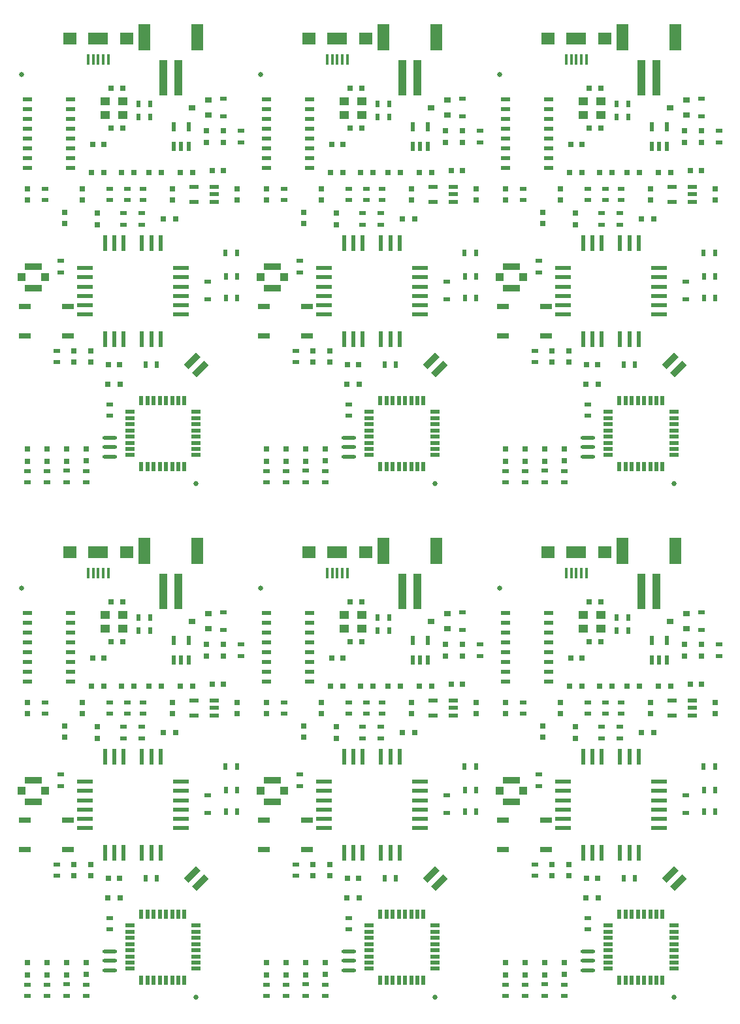
<source format=gtp>
G04 #@! TF.FileFunction,Paste,Top*
%FSLAX46Y46*%
G04 Gerber Fmt 4.6, Leading zero omitted, Abs format (unit mm)*
G04 Created by KiCad (PCBNEW 4.0.6) date 08/02/17 18:57:33*
%MOMM*%
%LPD*%
G01*
G04 APERTURE LIST*
%ADD10C,0.100000*%
%ADD11R,0.800000X0.750000*%
%ADD12R,0.500000X0.900000*%
%ADD13R,1.198880X1.099820*%
%ADD14R,0.800000X0.800000*%
%ADD15R,1.198880X0.599440*%
%ADD16R,0.750000X0.800000*%
%ADD17R,1.198880X0.548640*%
%ADD18R,0.998220X4.599940*%
%ADD19R,1.597660X3.398520*%
%ADD20R,0.548640X1.198880*%
%ADD21R,0.828040X0.629920*%
%ADD22R,0.900000X0.500000*%
%ADD23R,0.899160X0.797560*%
%ADD24C,0.635000*%
%ADD25R,0.398780X1.447800*%
%ADD26R,1.798320X1.498600*%
%ADD27R,2.499360X1.498600*%
%ADD28R,1.270000X0.558800*%
%ADD29R,0.558800X1.270000*%
%ADD30R,1.998980X0.599440*%
%ADD31R,0.599440X1.998980*%
%ADD32R,1.524000X0.762000*%
%ADD33R,2.199640X0.848360*%
%ADD34R,1.049020X0.998220*%
%ADD35O,1.905000X0.449580*%
G04 APERTURE END LIST*
D10*
D11*
X125146000Y-119928000D03*
X126646000Y-119928000D03*
X94158000Y-119928000D03*
X95658000Y-119928000D03*
X63170000Y-119928000D03*
X64670000Y-119928000D03*
X125146000Y-53380000D03*
X126646000Y-53380000D03*
X94158000Y-53380000D03*
X95658000Y-53380000D03*
D12*
X130196000Y-118528000D03*
X128696000Y-118528000D03*
X99208000Y-118528000D03*
X97708000Y-118528000D03*
X68220000Y-118528000D03*
X66720000Y-118528000D03*
X130196000Y-51980000D03*
X128696000Y-51980000D03*
X99208000Y-51980000D03*
X97708000Y-51980000D03*
D13*
X126649480Y-116474240D03*
X124302520Y-116474240D03*
X124302520Y-118221760D03*
X126649480Y-118221760D03*
X95661480Y-116474240D03*
X93314520Y-116474240D03*
X93314520Y-118221760D03*
X95661480Y-118221760D03*
X64673480Y-116474240D03*
X62326520Y-116474240D03*
X62326520Y-118221760D03*
X64673480Y-118221760D03*
X126649480Y-49926240D03*
X124302520Y-49926240D03*
X124302520Y-51673760D03*
X126649480Y-51673760D03*
X95661480Y-49926240D03*
X93314520Y-49926240D03*
X93314520Y-51673760D03*
X95661480Y-51673760D03*
D14*
X130010000Y-125730000D03*
X131610000Y-125730000D03*
X99022000Y-125730000D03*
X100622000Y-125730000D03*
X68034000Y-125730000D03*
X69634000Y-125730000D03*
X130010000Y-59182000D03*
X131610000Y-59182000D03*
X99022000Y-59182000D03*
X100622000Y-59182000D03*
X128054000Y-125730000D03*
X126454000Y-125730000D03*
X97066000Y-125730000D03*
X95466000Y-125730000D03*
X66078000Y-125730000D03*
X64478000Y-125730000D03*
X128054000Y-59182000D03*
X126454000Y-59182000D03*
X97066000Y-59182000D03*
X95466000Y-59182000D03*
D11*
X122696000Y-122028000D03*
X124196000Y-122028000D03*
X91708000Y-122028000D03*
X93208000Y-122028000D03*
X60720000Y-122028000D03*
X62220000Y-122028000D03*
X122696000Y-55480000D03*
X124196000Y-55480000D03*
X91708000Y-55480000D03*
X93208000Y-55480000D03*
D15*
X119893080Y-125095000D03*
X119893080Y-123825000D03*
X119893080Y-122555000D03*
X119893080Y-121285000D03*
X119893080Y-120015000D03*
X119893080Y-118745000D03*
X119893080Y-117475000D03*
X119893080Y-116205000D03*
X114294920Y-116205000D03*
X114294920Y-117475000D03*
X114294920Y-118745000D03*
X114294920Y-120015000D03*
X114294920Y-121285000D03*
X114294920Y-122555000D03*
X114294920Y-123825000D03*
X114294920Y-125095000D03*
X88905080Y-125095000D03*
X88905080Y-123825000D03*
X88905080Y-122555000D03*
X88905080Y-121285000D03*
X88905080Y-120015000D03*
X88905080Y-118745000D03*
X88905080Y-117475000D03*
X88905080Y-116205000D03*
X83306920Y-116205000D03*
X83306920Y-117475000D03*
X83306920Y-118745000D03*
X83306920Y-120015000D03*
X83306920Y-121285000D03*
X83306920Y-122555000D03*
X83306920Y-123825000D03*
X83306920Y-125095000D03*
X57917080Y-125095000D03*
X57917080Y-123825000D03*
X57917080Y-122555000D03*
X57917080Y-121285000D03*
X57917080Y-120015000D03*
X57917080Y-118745000D03*
X57917080Y-117475000D03*
X57917080Y-116205000D03*
X52318920Y-116205000D03*
X52318920Y-117475000D03*
X52318920Y-118745000D03*
X52318920Y-120015000D03*
X52318920Y-121285000D03*
X52318920Y-122555000D03*
X52318920Y-123825000D03*
X52318920Y-125095000D03*
X119893080Y-58547000D03*
X119893080Y-57277000D03*
X119893080Y-56007000D03*
X119893080Y-54737000D03*
X119893080Y-53467000D03*
X119893080Y-52197000D03*
X119893080Y-50927000D03*
X119893080Y-49657000D03*
X114294920Y-49657000D03*
X114294920Y-50927000D03*
X114294920Y-52197000D03*
X114294920Y-53467000D03*
X114294920Y-54737000D03*
X114294920Y-56007000D03*
X114294920Y-57277000D03*
X114294920Y-58547000D03*
X88905080Y-58547000D03*
X88905080Y-57277000D03*
X88905080Y-56007000D03*
X88905080Y-54737000D03*
X88905080Y-53467000D03*
X88905080Y-52197000D03*
X88905080Y-50927000D03*
X88905080Y-49657000D03*
X83306920Y-49657000D03*
X83306920Y-50927000D03*
X83306920Y-52197000D03*
X83306920Y-53467000D03*
X83306920Y-54737000D03*
X83306920Y-56007000D03*
X83306920Y-57277000D03*
X83306920Y-58547000D03*
D11*
X138188000Y-125476000D03*
X139688000Y-125476000D03*
X107200000Y-125476000D03*
X108700000Y-125476000D03*
X76212000Y-125476000D03*
X77712000Y-125476000D03*
X138188000Y-58928000D03*
X139688000Y-58928000D03*
X107200000Y-58928000D03*
X108700000Y-58928000D03*
D16*
X133096000Y-129274000D03*
X133096000Y-127774000D03*
X102108000Y-129274000D03*
X102108000Y-127774000D03*
X71120000Y-129274000D03*
X71120000Y-127774000D03*
X133096000Y-62726000D03*
X133096000Y-61226000D03*
X102108000Y-62726000D03*
X102108000Y-61226000D03*
D17*
X138457940Y-129473960D03*
X138457940Y-128524000D03*
X138457940Y-127574040D03*
X135862060Y-127574040D03*
X135862060Y-129473960D03*
X107469940Y-129473960D03*
X107469940Y-128524000D03*
X107469940Y-127574040D03*
X104874060Y-127574040D03*
X104874060Y-129473960D03*
X76481940Y-129473960D03*
X76481940Y-128524000D03*
X76481940Y-127574040D03*
X73886060Y-127574040D03*
X73886060Y-129473960D03*
X138457940Y-62925960D03*
X138457940Y-61976000D03*
X138457940Y-61026040D03*
X135862060Y-61026040D03*
X135862060Y-62925960D03*
X107469940Y-62925960D03*
X107469940Y-61976000D03*
X107469940Y-61026040D03*
X104874060Y-61026040D03*
X104874060Y-62925960D03*
D16*
X141478000Y-129274000D03*
X141478000Y-127774000D03*
X110490000Y-129274000D03*
X110490000Y-127774000D03*
X79502000Y-129274000D03*
X79502000Y-127774000D03*
X141478000Y-62726000D03*
X141478000Y-61226000D03*
X110490000Y-62726000D03*
X110490000Y-61226000D03*
D14*
X135674000Y-125730000D03*
X134074000Y-125730000D03*
X104686000Y-125730000D03*
X103086000Y-125730000D03*
X73698000Y-125730000D03*
X72098000Y-125730000D03*
X135674000Y-59182000D03*
X134074000Y-59182000D03*
X104686000Y-59182000D03*
X103086000Y-59182000D03*
D18*
X131843780Y-113400840D03*
X133840220Y-113400840D03*
D19*
X129443480Y-108204000D03*
X136240520Y-108204000D03*
D18*
X100855780Y-113400840D03*
X102852220Y-113400840D03*
D19*
X98455480Y-108204000D03*
X105252520Y-108204000D03*
D18*
X69867780Y-113400840D03*
X71864220Y-113400840D03*
D19*
X67467480Y-108204000D03*
X74264520Y-108204000D03*
D18*
X131843780Y-46852840D03*
X133840220Y-46852840D03*
D19*
X129443480Y-41656000D03*
X136240520Y-41656000D03*
D18*
X100855780Y-46852840D03*
X102852220Y-46852840D03*
D19*
X98455480Y-41656000D03*
X105252520Y-41656000D03*
D16*
X137446000Y-121778000D03*
X137446000Y-120278000D03*
X106458000Y-121778000D03*
X106458000Y-120278000D03*
X75470000Y-121778000D03*
X75470000Y-120278000D03*
X137446000Y-55230000D03*
X137446000Y-53730000D03*
X106458000Y-55230000D03*
X106458000Y-53730000D03*
X139696000Y-120278000D03*
X139696000Y-121778000D03*
X108708000Y-120278000D03*
X108708000Y-121778000D03*
X77720000Y-120278000D03*
X77720000Y-121778000D03*
X139696000Y-53730000D03*
X139696000Y-55230000D03*
X108708000Y-53730000D03*
X108708000Y-55230000D03*
D20*
X133246040Y-122325940D03*
X134196000Y-122325940D03*
X135145960Y-122325940D03*
X135145960Y-119730060D03*
X133246040Y-119730060D03*
X102258040Y-122325940D03*
X103208000Y-122325940D03*
X104157960Y-122325940D03*
X104157960Y-119730060D03*
X102258040Y-119730060D03*
X71270040Y-122325940D03*
X72220000Y-122325940D03*
X73169960Y-122325940D03*
X73169960Y-119730060D03*
X71270040Y-119730060D03*
X133246040Y-55777940D03*
X134196000Y-55777940D03*
X135145960Y-55777940D03*
X135145960Y-53182060D03*
X133246040Y-53182060D03*
X102258040Y-55777940D03*
X103208000Y-55777940D03*
X104157960Y-55777940D03*
X104157960Y-53182060D03*
X102258040Y-53182060D03*
D21*
X139696000Y-118426080D03*
X139696000Y-116129920D03*
X108708000Y-118426080D03*
X108708000Y-116129920D03*
X77720000Y-118426080D03*
X77720000Y-116129920D03*
X139696000Y-51878080D03*
X139696000Y-49581920D03*
X108708000Y-51878080D03*
X108708000Y-49581920D03*
D22*
X141946000Y-120278000D03*
X141946000Y-121778000D03*
X110958000Y-120278000D03*
X110958000Y-121778000D03*
X79970000Y-120278000D03*
X79970000Y-121778000D03*
X141946000Y-53730000D03*
X141946000Y-55230000D03*
X110958000Y-53730000D03*
X110958000Y-55230000D03*
D23*
X137694220Y-118227960D03*
X137694220Y-116328040D03*
X135596180Y-117278000D03*
X106706220Y-118227960D03*
X106706220Y-116328040D03*
X104608180Y-117278000D03*
X75718220Y-118227960D03*
X75718220Y-116328040D03*
X73620180Y-117278000D03*
X137694220Y-51679960D03*
X137694220Y-49780040D03*
X135596180Y-50730000D03*
X106706220Y-51679960D03*
X106706220Y-49780040D03*
X104608180Y-50730000D03*
D12*
X130196000Y-116778000D03*
X128696000Y-116778000D03*
X99208000Y-116778000D03*
X97708000Y-116778000D03*
X68220000Y-116778000D03*
X66720000Y-116778000D03*
X130196000Y-50230000D03*
X128696000Y-50230000D03*
X99208000Y-50230000D03*
X97708000Y-50230000D03*
D11*
X126596000Y-114808000D03*
X125096000Y-114808000D03*
X95608000Y-114808000D03*
X94108000Y-114808000D03*
X64620000Y-114808000D03*
X63120000Y-114808000D03*
X126596000Y-48260000D03*
X125096000Y-48260000D03*
X95608000Y-48260000D03*
X94108000Y-48260000D03*
D24*
X113538000Y-113030000D03*
X82550000Y-113030000D03*
X51562000Y-113030000D03*
X113538000Y-46482000D03*
X82550000Y-46482000D03*
D25*
X123444000Y-111053880D03*
X124091700Y-111053880D03*
X122146060Y-111053880D03*
X122796300Y-111053880D03*
D26*
X127127000Y-108331000D03*
X119761000Y-108331000D03*
D27*
X123444000Y-108331000D03*
D25*
X124741940Y-111053880D03*
X92456000Y-111053880D03*
X93103700Y-111053880D03*
X91158060Y-111053880D03*
X91808300Y-111053880D03*
D26*
X96139000Y-108331000D03*
X88773000Y-108331000D03*
D27*
X92456000Y-108331000D03*
D25*
X93753940Y-111053880D03*
X61468000Y-111053880D03*
X62115700Y-111053880D03*
X60170060Y-111053880D03*
X60820300Y-111053880D03*
D26*
X65151000Y-108331000D03*
X57785000Y-108331000D03*
D27*
X61468000Y-108331000D03*
D25*
X62765940Y-111053880D03*
X123444000Y-44505880D03*
X124091700Y-44505880D03*
X122146060Y-44505880D03*
X122796300Y-44505880D03*
D26*
X127127000Y-41783000D03*
X119761000Y-41783000D03*
D27*
X123444000Y-41783000D03*
D25*
X124741940Y-44505880D03*
X92456000Y-44505880D03*
X93103700Y-44505880D03*
X91158060Y-44505880D03*
X91808300Y-44505880D03*
D26*
X96139000Y-41783000D03*
X88773000Y-41783000D03*
D27*
X92456000Y-41783000D03*
D25*
X93753940Y-44505880D03*
D22*
X129286000Y-129274000D03*
X129286000Y-127774000D03*
X98298000Y-129274000D03*
X98298000Y-127774000D03*
X67310000Y-129274000D03*
X67310000Y-127774000D03*
X129286000Y-62726000D03*
X129286000Y-61226000D03*
X98298000Y-62726000D03*
X98298000Y-61226000D03*
X127196000Y-129274000D03*
X127196000Y-127774000D03*
X96208000Y-129274000D03*
X96208000Y-127774000D03*
X65220000Y-129274000D03*
X65220000Y-127774000D03*
X127196000Y-62726000D03*
X127196000Y-61226000D03*
X96208000Y-62726000D03*
X96208000Y-61226000D03*
D16*
X121412000Y-129274000D03*
X121412000Y-127774000D03*
X90424000Y-129274000D03*
X90424000Y-127774000D03*
X59436000Y-129274000D03*
X59436000Y-127774000D03*
X121412000Y-62726000D03*
X121412000Y-61226000D03*
X90424000Y-62726000D03*
X90424000Y-61226000D03*
D14*
X124206000Y-125730000D03*
X122606000Y-125730000D03*
X93218000Y-125730000D03*
X91618000Y-125730000D03*
X62230000Y-125730000D03*
X60630000Y-125730000D03*
X124206000Y-59182000D03*
X122606000Y-59182000D03*
X93218000Y-59182000D03*
X91618000Y-59182000D03*
D22*
X116586000Y-127774000D03*
X116586000Y-129274000D03*
X85598000Y-127774000D03*
X85598000Y-129274000D03*
X54610000Y-127774000D03*
X54610000Y-129274000D03*
X116586000Y-61226000D03*
X116586000Y-62726000D03*
X85598000Y-61226000D03*
X85598000Y-62726000D03*
D16*
X114300000Y-129274000D03*
X114300000Y-127774000D03*
X83312000Y-129274000D03*
X83312000Y-127774000D03*
X52324000Y-129274000D03*
X52324000Y-127774000D03*
X114300000Y-62726000D03*
X114300000Y-61226000D03*
X83312000Y-62726000D03*
X83312000Y-61226000D03*
D22*
X124968000Y-127774000D03*
X124968000Y-129274000D03*
X93980000Y-127774000D03*
X93980000Y-129274000D03*
X62992000Y-127774000D03*
X62992000Y-129274000D03*
X124968000Y-61226000D03*
X124968000Y-62726000D03*
X93980000Y-61226000D03*
X93980000Y-62726000D03*
D12*
X139966000Y-141986000D03*
X141466000Y-141986000D03*
X108978000Y-141986000D03*
X110478000Y-141986000D03*
X77990000Y-141986000D03*
X79490000Y-141986000D03*
X139966000Y-75438000D03*
X141466000Y-75438000D03*
X108978000Y-75438000D03*
X110478000Y-75438000D03*
X139954000Y-136144000D03*
X141454000Y-136144000D03*
X108966000Y-136144000D03*
X110466000Y-136144000D03*
X77978000Y-136144000D03*
X79478000Y-136144000D03*
X139954000Y-69596000D03*
X141454000Y-69596000D03*
X108966000Y-69596000D03*
X110466000Y-69596000D03*
D10*
G36*
X136203093Y-152235158D02*
X135603212Y-151635277D01*
X137192717Y-150045772D01*
X137792598Y-150645653D01*
X136203093Y-152235158D01*
X136203093Y-152235158D01*
G37*
G36*
X135143423Y-151175488D02*
X134543542Y-150575607D01*
X136133047Y-148986102D01*
X136732928Y-149585983D01*
X135143423Y-151175488D01*
X135143423Y-151175488D01*
G37*
G36*
X105215093Y-152235158D02*
X104615212Y-151635277D01*
X106204717Y-150045772D01*
X106804598Y-150645653D01*
X105215093Y-152235158D01*
X105215093Y-152235158D01*
G37*
G36*
X104155423Y-151175488D02*
X103555542Y-150575607D01*
X105145047Y-148986102D01*
X105744928Y-149585983D01*
X104155423Y-151175488D01*
X104155423Y-151175488D01*
G37*
G36*
X74227093Y-152235158D02*
X73627212Y-151635277D01*
X75216717Y-150045772D01*
X75816598Y-150645653D01*
X74227093Y-152235158D01*
X74227093Y-152235158D01*
G37*
G36*
X73167423Y-151175488D02*
X72567542Y-150575607D01*
X74157047Y-148986102D01*
X74756928Y-149585983D01*
X73167423Y-151175488D01*
X73167423Y-151175488D01*
G37*
G36*
X136203093Y-85687158D02*
X135603212Y-85087277D01*
X137192717Y-83497772D01*
X137792598Y-84097653D01*
X136203093Y-85687158D01*
X136203093Y-85687158D01*
G37*
G36*
X135143423Y-84627488D02*
X134543542Y-84027607D01*
X136133047Y-82438102D01*
X136732928Y-83037983D01*
X135143423Y-84627488D01*
X135143423Y-84627488D01*
G37*
G36*
X105215093Y-85687158D02*
X104615212Y-85087277D01*
X106204717Y-83497772D01*
X106804598Y-84097653D01*
X105215093Y-85687158D01*
X105215093Y-85687158D01*
G37*
G36*
X104155423Y-84627488D02*
X103555542Y-84027607D01*
X105145047Y-82438102D01*
X105744928Y-83037983D01*
X104155423Y-84627488D01*
X104155423Y-84627488D01*
G37*
D21*
X137668000Y-139821920D03*
X137668000Y-142118080D03*
X106680000Y-139821920D03*
X106680000Y-142118080D03*
X75692000Y-139821920D03*
X75692000Y-142118080D03*
X137668000Y-73273920D03*
X137668000Y-75570080D03*
X106680000Y-73273920D03*
X106680000Y-75570080D03*
D12*
X141466000Y-139192000D03*
X139966000Y-139192000D03*
X110478000Y-139192000D03*
X108978000Y-139192000D03*
X79490000Y-139192000D03*
X77990000Y-139192000D03*
X141466000Y-72644000D03*
X139966000Y-72644000D03*
X110478000Y-72644000D03*
X108978000Y-72644000D03*
D16*
X119126000Y-132322000D03*
X119126000Y-130822000D03*
X88138000Y-132322000D03*
X88138000Y-130822000D03*
X57150000Y-132322000D03*
X57150000Y-130822000D03*
X119126000Y-65774000D03*
X119126000Y-64274000D03*
X88138000Y-65774000D03*
X88138000Y-64274000D03*
X123296000Y-130978000D03*
X123296000Y-132478000D03*
X92308000Y-130978000D03*
X92308000Y-132478000D03*
X61320000Y-130978000D03*
X61320000Y-132478000D03*
X123296000Y-64430000D03*
X123296000Y-65930000D03*
X92308000Y-64430000D03*
X92308000Y-65930000D03*
D14*
X131896000Y-131728000D03*
X133496000Y-131728000D03*
X100908000Y-131728000D03*
X102508000Y-131728000D03*
X69920000Y-131728000D03*
X71520000Y-131728000D03*
X131896000Y-65180000D03*
X133496000Y-65180000D03*
X100908000Y-65180000D03*
X102508000Y-65180000D03*
D22*
X126696000Y-132478000D03*
X126696000Y-130978000D03*
X95708000Y-132478000D03*
X95708000Y-130978000D03*
X64720000Y-132478000D03*
X64720000Y-130978000D03*
X126696000Y-65930000D03*
X126696000Y-64430000D03*
X95708000Y-65930000D03*
X95708000Y-64430000D03*
X129096000Y-130978000D03*
X129096000Y-132478000D03*
X98108000Y-130978000D03*
X98108000Y-132478000D03*
X67120000Y-130978000D03*
X67120000Y-132478000D03*
X129096000Y-64430000D03*
X129096000Y-65930000D03*
X98108000Y-64430000D03*
X98108000Y-65930000D03*
X114300000Y-165850000D03*
X114300000Y-164350000D03*
X83312000Y-165850000D03*
X83312000Y-164350000D03*
X52324000Y-165850000D03*
X52324000Y-164350000D03*
X114300000Y-99302000D03*
X114300000Y-97802000D03*
X83312000Y-99302000D03*
X83312000Y-97802000D03*
X116840000Y-165862000D03*
X116840000Y-164362000D03*
X85852000Y-165862000D03*
X85852000Y-164362000D03*
X54864000Y-165862000D03*
X54864000Y-164362000D03*
X116840000Y-99314000D03*
X116840000Y-97814000D03*
X85852000Y-99314000D03*
X85852000Y-97814000D03*
X121920000Y-165850000D03*
X121920000Y-164350000D03*
X90932000Y-165850000D03*
X90932000Y-164350000D03*
X59944000Y-165850000D03*
X59944000Y-164350000D03*
X121920000Y-99302000D03*
X121920000Y-97802000D03*
X90932000Y-99302000D03*
X90932000Y-97802000D03*
X119380000Y-165838000D03*
X119380000Y-164338000D03*
X88392000Y-165838000D03*
X88392000Y-164338000D03*
X57404000Y-165838000D03*
X57404000Y-164338000D03*
X119380000Y-99290000D03*
X119380000Y-97790000D03*
X88392000Y-99290000D03*
X88392000Y-97790000D03*
D24*
X136144000Y-165989000D03*
X105156000Y-165989000D03*
X74168000Y-165989000D03*
X136144000Y-99441000D03*
X105156000Y-99441000D03*
D28*
X127533400Y-156712920D03*
X127533400Y-157513020D03*
X127533400Y-158313120D03*
X127533400Y-159113220D03*
X127533400Y-159910780D03*
X127533400Y-160710880D03*
X127533400Y-161510980D03*
X127533400Y-162311080D03*
D29*
X129026920Y-163804600D03*
X129827020Y-163804600D03*
X130627120Y-163804600D03*
X131427220Y-163804600D03*
X132224780Y-163804600D03*
X133024880Y-163804600D03*
X133824980Y-163804600D03*
X134625080Y-163804600D03*
D28*
X136118600Y-162311080D03*
X136118600Y-161510980D03*
X136118600Y-160710880D03*
X136118600Y-159910780D03*
X136118600Y-159113220D03*
X136118600Y-158313120D03*
X136118600Y-157513020D03*
X136118600Y-156712920D03*
D29*
X134625080Y-155219400D03*
X133824980Y-155219400D03*
X133024880Y-155219400D03*
X132224780Y-155219400D03*
X131427220Y-155219400D03*
X130627120Y-155219400D03*
X129827020Y-155219400D03*
X129026920Y-155219400D03*
D28*
X96545400Y-156712920D03*
X96545400Y-157513020D03*
X96545400Y-158313120D03*
X96545400Y-159113220D03*
X96545400Y-159910780D03*
X96545400Y-160710880D03*
X96545400Y-161510980D03*
X96545400Y-162311080D03*
D29*
X98038920Y-163804600D03*
X98839020Y-163804600D03*
X99639120Y-163804600D03*
X100439220Y-163804600D03*
X101236780Y-163804600D03*
X102036880Y-163804600D03*
X102836980Y-163804600D03*
X103637080Y-163804600D03*
D28*
X105130600Y-162311080D03*
X105130600Y-161510980D03*
X105130600Y-160710880D03*
X105130600Y-159910780D03*
X105130600Y-159113220D03*
X105130600Y-158313120D03*
X105130600Y-157513020D03*
X105130600Y-156712920D03*
D29*
X103637080Y-155219400D03*
X102836980Y-155219400D03*
X102036880Y-155219400D03*
X101236780Y-155219400D03*
X100439220Y-155219400D03*
X99639120Y-155219400D03*
X98839020Y-155219400D03*
X98038920Y-155219400D03*
D28*
X65557400Y-156712920D03*
X65557400Y-157513020D03*
X65557400Y-158313120D03*
X65557400Y-159113220D03*
X65557400Y-159910780D03*
X65557400Y-160710880D03*
X65557400Y-161510980D03*
X65557400Y-162311080D03*
D29*
X67050920Y-163804600D03*
X67851020Y-163804600D03*
X68651120Y-163804600D03*
X69451220Y-163804600D03*
X70248780Y-163804600D03*
X71048880Y-163804600D03*
X71848980Y-163804600D03*
X72649080Y-163804600D03*
D28*
X74142600Y-162311080D03*
X74142600Y-161510980D03*
X74142600Y-160710880D03*
X74142600Y-159910780D03*
X74142600Y-159113220D03*
X74142600Y-158313120D03*
X74142600Y-157513020D03*
X74142600Y-156712920D03*
D29*
X72649080Y-155219400D03*
X71848980Y-155219400D03*
X71048880Y-155219400D03*
X70248780Y-155219400D03*
X69451220Y-155219400D03*
X68651120Y-155219400D03*
X67851020Y-155219400D03*
X67050920Y-155219400D03*
D28*
X127533400Y-90164920D03*
X127533400Y-90965020D03*
X127533400Y-91765120D03*
X127533400Y-92565220D03*
X127533400Y-93362780D03*
X127533400Y-94162880D03*
X127533400Y-94962980D03*
X127533400Y-95763080D03*
D29*
X129026920Y-97256600D03*
X129827020Y-97256600D03*
X130627120Y-97256600D03*
X131427220Y-97256600D03*
X132224780Y-97256600D03*
X133024880Y-97256600D03*
X133824980Y-97256600D03*
X134625080Y-97256600D03*
D28*
X136118600Y-95763080D03*
X136118600Y-94962980D03*
X136118600Y-94162880D03*
X136118600Y-93362780D03*
X136118600Y-92565220D03*
X136118600Y-91765120D03*
X136118600Y-90965020D03*
X136118600Y-90164920D03*
D29*
X134625080Y-88671400D03*
X133824980Y-88671400D03*
X133024880Y-88671400D03*
X132224780Y-88671400D03*
X131427220Y-88671400D03*
X130627120Y-88671400D03*
X129827020Y-88671400D03*
X129026920Y-88671400D03*
D28*
X96545400Y-90164920D03*
X96545400Y-90965020D03*
X96545400Y-91765120D03*
X96545400Y-92565220D03*
X96545400Y-93362780D03*
X96545400Y-94162880D03*
X96545400Y-94962980D03*
X96545400Y-95763080D03*
D29*
X98038920Y-97256600D03*
X98839020Y-97256600D03*
X99639120Y-97256600D03*
X100439220Y-97256600D03*
X101236780Y-97256600D03*
X102036880Y-97256600D03*
X102836980Y-97256600D03*
X103637080Y-97256600D03*
D28*
X105130600Y-95763080D03*
X105130600Y-94962980D03*
X105130600Y-94162880D03*
X105130600Y-93362780D03*
X105130600Y-92565220D03*
X105130600Y-91765120D03*
X105130600Y-90965020D03*
X105130600Y-90164920D03*
D29*
X103637080Y-88671400D03*
X102836980Y-88671400D03*
X102036880Y-88671400D03*
X101236780Y-88671400D03*
X100439220Y-88671400D03*
X99639120Y-88671400D03*
X98839020Y-88671400D03*
X98038920Y-88671400D03*
D30*
X121678700Y-138071860D03*
X121678700Y-139273280D03*
X121678700Y-140472160D03*
X121678700Y-141671040D03*
X121678700Y-142869920D03*
X121678700Y-144071340D03*
D31*
X124327920Y-147320000D03*
X125529340Y-147320000D03*
X126728220Y-147320000D03*
X129125980Y-147320000D03*
X130324860Y-147320000D03*
X131526280Y-147320000D03*
D30*
X134175500Y-144071340D03*
X134175500Y-142869920D03*
X134175500Y-141671040D03*
X134175500Y-140472160D03*
X134175500Y-139273280D03*
X134175500Y-138071860D03*
D31*
X131526280Y-134823200D03*
X130324860Y-134823200D03*
X129125980Y-134823200D03*
X126728220Y-134823200D03*
X125529340Y-134823200D03*
X124327920Y-134823200D03*
D30*
X90690700Y-138071860D03*
X90690700Y-139273280D03*
X90690700Y-140472160D03*
X90690700Y-141671040D03*
X90690700Y-142869920D03*
X90690700Y-144071340D03*
D31*
X93339920Y-147320000D03*
X94541340Y-147320000D03*
X95740220Y-147320000D03*
X98137980Y-147320000D03*
X99336860Y-147320000D03*
X100538280Y-147320000D03*
D30*
X103187500Y-144071340D03*
X103187500Y-142869920D03*
X103187500Y-141671040D03*
X103187500Y-140472160D03*
X103187500Y-139273280D03*
X103187500Y-138071860D03*
D31*
X100538280Y-134823200D03*
X99336860Y-134823200D03*
X98137980Y-134823200D03*
X95740220Y-134823200D03*
X94541340Y-134823200D03*
X93339920Y-134823200D03*
D30*
X59702700Y-138071860D03*
X59702700Y-139273280D03*
X59702700Y-140472160D03*
X59702700Y-141671040D03*
X59702700Y-142869920D03*
X59702700Y-144071340D03*
D31*
X62351920Y-147320000D03*
X63553340Y-147320000D03*
X64752220Y-147320000D03*
X67149980Y-147320000D03*
X68348860Y-147320000D03*
X69550280Y-147320000D03*
D30*
X72199500Y-144071340D03*
X72199500Y-142869920D03*
X72199500Y-141671040D03*
X72199500Y-140472160D03*
X72199500Y-139273280D03*
X72199500Y-138071860D03*
D31*
X69550280Y-134823200D03*
X68348860Y-134823200D03*
X67149980Y-134823200D03*
X64752220Y-134823200D03*
X63553340Y-134823200D03*
X62351920Y-134823200D03*
D30*
X121678700Y-71523860D03*
X121678700Y-72725280D03*
X121678700Y-73924160D03*
X121678700Y-75123040D03*
X121678700Y-76321920D03*
X121678700Y-77523340D03*
D31*
X124327920Y-80772000D03*
X125529340Y-80772000D03*
X126728220Y-80772000D03*
X129125980Y-80772000D03*
X130324860Y-80772000D03*
X131526280Y-80772000D03*
D30*
X134175500Y-77523340D03*
X134175500Y-76321920D03*
X134175500Y-75123040D03*
X134175500Y-73924160D03*
X134175500Y-72725280D03*
X134175500Y-71523860D03*
D31*
X131526280Y-68275200D03*
X130324860Y-68275200D03*
X129125980Y-68275200D03*
X126728220Y-68275200D03*
X125529340Y-68275200D03*
X124327920Y-68275200D03*
D30*
X90690700Y-71523860D03*
X90690700Y-72725280D03*
X90690700Y-73924160D03*
X90690700Y-75123040D03*
X90690700Y-76321920D03*
X90690700Y-77523340D03*
D31*
X93339920Y-80772000D03*
X94541340Y-80772000D03*
X95740220Y-80772000D03*
X98137980Y-80772000D03*
X99336860Y-80772000D03*
X100538280Y-80772000D03*
D30*
X103187500Y-77523340D03*
X103187500Y-76321920D03*
X103187500Y-75123040D03*
X103187500Y-73924160D03*
X103187500Y-72725280D03*
X103187500Y-71523860D03*
D31*
X100538280Y-68275200D03*
X99336860Y-68275200D03*
X98137980Y-68275200D03*
X95740220Y-68275200D03*
X94541340Y-68275200D03*
X93339920Y-68275200D03*
D12*
X131052000Y-150622000D03*
X129552000Y-150622000D03*
X100064000Y-150622000D03*
X98564000Y-150622000D03*
X69076000Y-150622000D03*
X67576000Y-150622000D03*
X131052000Y-84074000D03*
X129552000Y-84074000D03*
X100064000Y-84074000D03*
X98564000Y-84074000D03*
D14*
X124676000Y-153162000D03*
X126276000Y-153162000D03*
X93688000Y-153162000D03*
X95288000Y-153162000D03*
X62700000Y-153162000D03*
X64300000Y-153162000D03*
X124676000Y-86614000D03*
X126276000Y-86614000D03*
X93688000Y-86614000D03*
X95288000Y-86614000D03*
D11*
X124738000Y-150622000D03*
X126238000Y-150622000D03*
X93750000Y-150622000D03*
X95250000Y-150622000D03*
X62762000Y-150622000D03*
X64262000Y-150622000D03*
X124738000Y-84074000D03*
X126238000Y-84074000D03*
X93750000Y-84074000D03*
X95250000Y-84074000D03*
D32*
X113902000Y-143023000D03*
X119490000Y-143023000D03*
X113902000Y-146833000D03*
X119490000Y-146833000D03*
X82914000Y-143023000D03*
X88502000Y-143023000D03*
X82914000Y-146833000D03*
X88502000Y-146833000D03*
X51926000Y-143023000D03*
X57514000Y-143023000D03*
X51926000Y-146833000D03*
X57514000Y-146833000D03*
X113902000Y-76475000D03*
X119490000Y-76475000D03*
X113902000Y-80285000D03*
X119490000Y-80285000D03*
X82914000Y-76475000D03*
X88502000Y-76475000D03*
X82914000Y-80285000D03*
X88502000Y-80285000D03*
D33*
X115046000Y-137903860D03*
X115046000Y-140652140D03*
D34*
X116570000Y-139278000D03*
X113522000Y-139278000D03*
D33*
X84058000Y-137903860D03*
X84058000Y-140652140D03*
D34*
X85582000Y-139278000D03*
X82534000Y-139278000D03*
D33*
X53070000Y-137903860D03*
X53070000Y-140652140D03*
D34*
X54594000Y-139278000D03*
X51546000Y-139278000D03*
D33*
X115046000Y-71355860D03*
X115046000Y-74104140D03*
D34*
X116570000Y-72730000D03*
X113522000Y-72730000D03*
D33*
X84058000Y-71355860D03*
X84058000Y-74104140D03*
D34*
X85582000Y-72730000D03*
X82534000Y-72730000D03*
D16*
X120296000Y-148778000D03*
X120296000Y-150278000D03*
X89308000Y-148778000D03*
X89308000Y-150278000D03*
X58320000Y-148778000D03*
X58320000Y-150278000D03*
X120296000Y-82230000D03*
X120296000Y-83730000D03*
X89308000Y-82230000D03*
X89308000Y-83730000D03*
D22*
X118096000Y-150278000D03*
X118096000Y-148778000D03*
X87108000Y-150278000D03*
X87108000Y-148778000D03*
X56120000Y-150278000D03*
X56120000Y-148778000D03*
X118096000Y-83730000D03*
X118096000Y-82230000D03*
X87108000Y-83730000D03*
X87108000Y-82230000D03*
X118546000Y-138628000D03*
X118546000Y-137128000D03*
X87558000Y-138628000D03*
X87558000Y-137128000D03*
X56570000Y-138628000D03*
X56570000Y-137128000D03*
X118546000Y-72080000D03*
X118546000Y-70580000D03*
X87558000Y-72080000D03*
X87558000Y-70580000D03*
D16*
X122496000Y-148778000D03*
X122496000Y-150278000D03*
X91508000Y-148778000D03*
X91508000Y-150278000D03*
X60520000Y-148778000D03*
X60520000Y-150278000D03*
X122496000Y-82230000D03*
X122496000Y-83730000D03*
X91508000Y-82230000D03*
X91508000Y-83730000D03*
D35*
X124968000Y-160091120D03*
X124968000Y-161290000D03*
X124968000Y-162488880D03*
X93980000Y-160091120D03*
X93980000Y-161290000D03*
X93980000Y-162488880D03*
X62992000Y-160091120D03*
X62992000Y-161290000D03*
X62992000Y-162488880D03*
X124968000Y-93543120D03*
X124968000Y-94742000D03*
X124968000Y-95940880D03*
X93980000Y-93543120D03*
X93980000Y-94742000D03*
X93980000Y-95940880D03*
D14*
X116840000Y-163144000D03*
X116840000Y-161544000D03*
X85852000Y-163144000D03*
X85852000Y-161544000D03*
X54864000Y-163144000D03*
X54864000Y-161544000D03*
X116840000Y-96596000D03*
X116840000Y-94996000D03*
X85852000Y-96596000D03*
X85852000Y-94996000D03*
X114300000Y-163144000D03*
X114300000Y-161544000D03*
X83312000Y-163144000D03*
X83312000Y-161544000D03*
X52324000Y-163144000D03*
X52324000Y-161544000D03*
X114300000Y-96596000D03*
X114300000Y-94996000D03*
X83312000Y-96596000D03*
X83312000Y-94996000D03*
X121920000Y-163068000D03*
X121920000Y-161468000D03*
X90932000Y-163068000D03*
X90932000Y-161468000D03*
X59944000Y-163068000D03*
X59944000Y-161468000D03*
X121920000Y-96520000D03*
X121920000Y-94920000D03*
X90932000Y-96520000D03*
X90932000Y-94920000D03*
D22*
X124968000Y-155714000D03*
X124968000Y-157214000D03*
X93980000Y-155714000D03*
X93980000Y-157214000D03*
X62992000Y-155714000D03*
X62992000Y-157214000D03*
X124968000Y-89166000D03*
X124968000Y-90666000D03*
X93980000Y-89166000D03*
X93980000Y-90666000D03*
D14*
X119380000Y-163106000D03*
X119380000Y-161506000D03*
X88392000Y-163106000D03*
X88392000Y-161506000D03*
X57404000Y-163106000D03*
X57404000Y-161506000D03*
X119380000Y-96558000D03*
X119380000Y-94958000D03*
X88392000Y-96558000D03*
X88392000Y-94958000D03*
D35*
X62992000Y-93543120D03*
X62992000Y-94742000D03*
X62992000Y-95940880D03*
D21*
X77720000Y-51878080D03*
X77720000Y-49581920D03*
D23*
X75718220Y-51679960D03*
X75718220Y-49780040D03*
X73620180Y-50730000D03*
D12*
X68220000Y-50230000D03*
X66720000Y-50230000D03*
X68220000Y-51980000D03*
X66720000Y-51980000D03*
D13*
X64673480Y-49926240D03*
X62326520Y-49926240D03*
X62326520Y-51673760D03*
X64673480Y-51673760D03*
D11*
X63170000Y-53380000D03*
X64670000Y-53380000D03*
X64620000Y-48260000D03*
X63120000Y-48260000D03*
D22*
X65220000Y-62726000D03*
X65220000Y-61226000D03*
D11*
X60720000Y-55480000D03*
X62220000Y-55480000D03*
D16*
X75470000Y-55230000D03*
X75470000Y-53730000D03*
X77720000Y-53730000D03*
X77720000Y-55230000D03*
D20*
X71270040Y-55777940D03*
X72220000Y-55777940D03*
X73169960Y-55777940D03*
X73169960Y-53182060D03*
X71270040Y-53182060D03*
D22*
X79970000Y-53730000D03*
X79970000Y-55230000D03*
D14*
X73698000Y-59182000D03*
X72098000Y-59182000D03*
X69920000Y-65180000D03*
X71520000Y-65180000D03*
D16*
X71120000Y-62726000D03*
X71120000Y-61226000D03*
D14*
X68034000Y-59182000D03*
X69634000Y-59182000D03*
D22*
X67120000Y-64430000D03*
X67120000Y-65930000D03*
X67310000Y-62726000D03*
X67310000Y-61226000D03*
X56570000Y-72080000D03*
X56570000Y-70580000D03*
D16*
X61320000Y-64430000D03*
X61320000Y-65930000D03*
D22*
X64720000Y-65930000D03*
X64720000Y-64430000D03*
D16*
X57150000Y-65774000D03*
X57150000Y-64274000D03*
D14*
X62230000Y-59182000D03*
X60630000Y-59182000D03*
D16*
X59436000Y-62726000D03*
X59436000Y-61226000D03*
D14*
X66078000Y-59182000D03*
X64478000Y-59182000D03*
D22*
X62992000Y-61226000D03*
X62992000Y-62726000D03*
D32*
X51926000Y-76475000D03*
X57514000Y-76475000D03*
X51926000Y-80285000D03*
X57514000Y-80285000D03*
D18*
X69867780Y-46852840D03*
X71864220Y-46852840D03*
D19*
X67467480Y-41656000D03*
X74264520Y-41656000D03*
D24*
X51562000Y-46482000D03*
D30*
X59702700Y-71523860D03*
X59702700Y-72725280D03*
X59702700Y-73924160D03*
X59702700Y-75123040D03*
X59702700Y-76321920D03*
X59702700Y-77523340D03*
D31*
X62351920Y-80772000D03*
X63553340Y-80772000D03*
X64752220Y-80772000D03*
X67149980Y-80772000D03*
X68348860Y-80772000D03*
X69550280Y-80772000D03*
D30*
X72199500Y-77523340D03*
X72199500Y-76321920D03*
X72199500Y-75123040D03*
X72199500Y-73924160D03*
X72199500Y-72725280D03*
X72199500Y-71523860D03*
D31*
X69550280Y-68275200D03*
X68348860Y-68275200D03*
X67149980Y-68275200D03*
X64752220Y-68275200D03*
X63553340Y-68275200D03*
X62351920Y-68275200D03*
D12*
X77978000Y-69596000D03*
X79478000Y-69596000D03*
X79490000Y-72644000D03*
X77990000Y-72644000D03*
X77990000Y-75438000D03*
X79490000Y-75438000D03*
D11*
X76212000Y-58928000D03*
X77712000Y-58928000D03*
X62762000Y-84074000D03*
X64262000Y-84074000D03*
D16*
X52324000Y-62726000D03*
X52324000Y-61226000D03*
X58320000Y-82230000D03*
X58320000Y-83730000D03*
X60520000Y-82230000D03*
X60520000Y-83730000D03*
D22*
X54864000Y-99314000D03*
X54864000Y-97814000D03*
X59944000Y-99302000D03*
X59944000Y-97802000D03*
X62992000Y-89166000D03*
X62992000Y-90666000D03*
D15*
X57917080Y-58547000D03*
X57917080Y-57277000D03*
X57917080Y-56007000D03*
X57917080Y-54737000D03*
X57917080Y-53467000D03*
X57917080Y-52197000D03*
X57917080Y-50927000D03*
X57917080Y-49657000D03*
X52318920Y-49657000D03*
X52318920Y-50927000D03*
X52318920Y-52197000D03*
X52318920Y-53467000D03*
X52318920Y-54737000D03*
X52318920Y-56007000D03*
X52318920Y-57277000D03*
X52318920Y-58547000D03*
D28*
X65557400Y-90164920D03*
X65557400Y-90965020D03*
X65557400Y-91765120D03*
X65557400Y-92565220D03*
X65557400Y-93362780D03*
X65557400Y-94162880D03*
X65557400Y-94962980D03*
X65557400Y-95763080D03*
D29*
X67050920Y-97256600D03*
X67851020Y-97256600D03*
X68651120Y-97256600D03*
X69451220Y-97256600D03*
X70248780Y-97256600D03*
X71048880Y-97256600D03*
X71848980Y-97256600D03*
X72649080Y-97256600D03*
D28*
X74142600Y-95763080D03*
X74142600Y-94962980D03*
X74142600Y-94162880D03*
X74142600Y-93362780D03*
X74142600Y-92565220D03*
X74142600Y-91765120D03*
X74142600Y-90965020D03*
X74142600Y-90164920D03*
D29*
X72649080Y-88671400D03*
X71848980Y-88671400D03*
X71048880Y-88671400D03*
X70248780Y-88671400D03*
X69451220Y-88671400D03*
X68651120Y-88671400D03*
X67851020Y-88671400D03*
X67050920Y-88671400D03*
D10*
G36*
X74227093Y-85687158D02*
X73627212Y-85087277D01*
X75216717Y-83497772D01*
X75816598Y-84097653D01*
X74227093Y-85687158D01*
X74227093Y-85687158D01*
G37*
G36*
X73167423Y-84627488D02*
X72567542Y-84027607D01*
X74157047Y-82438102D01*
X74756928Y-83037983D01*
X73167423Y-84627488D01*
X73167423Y-84627488D01*
G37*
D21*
X75692000Y-73273920D03*
X75692000Y-75570080D03*
D14*
X52324000Y-96596000D03*
X52324000Y-94996000D03*
X54864000Y-96596000D03*
X54864000Y-94996000D03*
X57404000Y-96558000D03*
X57404000Y-94958000D03*
X59944000Y-96520000D03*
X59944000Y-94920000D03*
X62700000Y-86614000D03*
X64300000Y-86614000D03*
D22*
X56120000Y-83730000D03*
X56120000Y-82230000D03*
D33*
X53070000Y-71355860D03*
X53070000Y-74104140D03*
D34*
X54594000Y-72730000D03*
X51546000Y-72730000D03*
D25*
X61468000Y-44505880D03*
X62115700Y-44505880D03*
X60170060Y-44505880D03*
X60820300Y-44505880D03*
D26*
X65151000Y-41783000D03*
X57785000Y-41783000D03*
D27*
X61468000Y-41783000D03*
D25*
X62765940Y-44505880D03*
D24*
X74168000Y-99441000D03*
D22*
X54610000Y-61226000D03*
X54610000Y-62726000D03*
D12*
X69076000Y-84074000D03*
X67576000Y-84074000D03*
D22*
X52324000Y-99302000D03*
X52324000Y-97802000D03*
X57404000Y-99290000D03*
X57404000Y-97790000D03*
D16*
X79502000Y-62726000D03*
X79502000Y-61226000D03*
D17*
X76481940Y-62925960D03*
X76481940Y-61976000D03*
X76481940Y-61026040D03*
X73886060Y-61026040D03*
X73886060Y-62925960D03*
M02*

</source>
